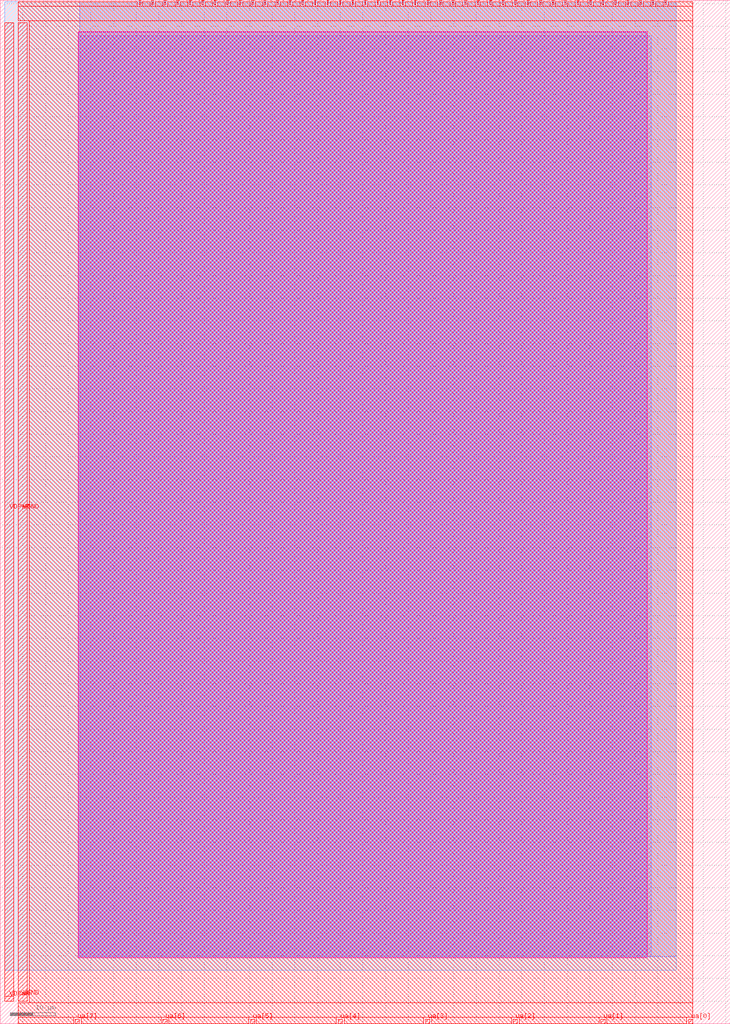
<source format=lef>
VERSION 5.7 ;
  NOWIREEXTENSIONATPIN ON ;
  DIVIDERCHAR "/" ;
  BUSBITCHARS "[]" ;
MACRO ttsky25_EpitaXC
  CLASS BLOCK ;
  FOREIGN ttsky25_EpitaXC ;
  ORIGIN 0.000 0.000 ;
  SIZE 161.000 BY 225.760 ;
  PIN clk
    DIRECTION INPUT ;
    USE SIGNAL ;
    ANTENNAGATEAREA 540.799988 ;
    ANTENNADIFFAREA 456.995087 ;
    PORT
      LAYER met4 ;
        RECT 143.830 224.760 144.130 225.760 ;
    END
  END clk
  PIN ena
    DIRECTION INPUT ;
    USE SIGNAL ;
    PORT
      LAYER met4 ;
        RECT 146.590 224.760 146.890 225.760 ;
    END
  END ena
  PIN rst_n
    DIRECTION INPUT ;
    USE SIGNAL ;
    ANTENNAGATEAREA 540.799988 ;
    ANTENNADIFFAREA 456.995087 ;
    PORT
      LAYER met4 ;
        RECT 141.070 224.760 141.370 225.760 ;
    END
  END rst_n
  PIN ua[0]
    DIRECTION INOUT ;
    USE SIGNAL ;
    ANTENNAGATEAREA 120.000000 ;
    PORT
      LAYER met4 ;
        RECT 151.810 0.000 152.710 1.000 ;
    END
  END ua[0]
  PIN ua[1]
    DIRECTION INOUT ;
    USE SIGNAL ;
    ANTENNAGATEAREA 200.000000 ;
    PORT
      LAYER met4 ;
        RECT 132.490 0.000 133.390 1.000 ;
    END
  END ua[1]
  PIN ua[2]
    DIRECTION INOUT ;
    USE SIGNAL ;
    ANTENNAGATEAREA 200.000000 ;
    PORT
      LAYER met4 ;
        RECT 113.170 0.000 114.070 1.000 ;
    END
  END ua[2]
  PIN ua[3]
    DIRECTION INOUT ;
    USE SIGNAL ;
    ANTENNADIFFAREA 0.580000 ;
    PORT
      LAYER met4 ;
        RECT 93.850 0.000 94.750 1.000 ;
    END
  END ua[3]
  PIN ua[4]
    DIRECTION INOUT ;
    USE SIGNAL ;
    ANTENNADIFFAREA 7.830000 ;
    PORT
      LAYER met4 ;
        RECT 74.530 0.000 75.430 1.000 ;
    END
  END ua[4]
  PIN ua[5]
    DIRECTION INOUT ;
    USE SIGNAL ;
    ANTENNADIFFAREA 7.830000 ;
    PORT
      LAYER met4 ;
        RECT 55.210 0.000 56.110 1.000 ;
    END
  END ua[5]
  PIN ua[6]
    DIRECTION INOUT ;
    USE SIGNAL ;
    PORT
      LAYER met4 ;
        RECT 35.890 0.000 36.790 1.000 ;
    END
  END ua[6]
  PIN ua[7]
    DIRECTION INOUT ;
    USE SIGNAL ;
    PORT
      LAYER met4 ;
        RECT 16.570 0.000 17.470 1.000 ;
    END
  END ua[7]
  PIN ui_in[0]
    DIRECTION INPUT ;
    USE SIGNAL ;
    ANTENNAGATEAREA 0.750000 ;
    PORT
      LAYER met4 ;
        RECT 138.310 224.760 138.610 225.760 ;
    END
  END ui_in[0]
  PIN ui_in[1]
    DIRECTION INPUT ;
    USE SIGNAL ;
    ANTENNAGATEAREA 0.750000 ;
    PORT
      LAYER met4 ;
        RECT 135.550 224.760 135.850 225.760 ;
    END
  END ui_in[1]
  PIN ui_in[2]
    DIRECTION INPUT ;
    USE SIGNAL ;
    ANTENNAGATEAREA 540.799988 ;
    ANTENNADIFFAREA 456.995087 ;
    PORT
      LAYER met4 ;
        RECT 132.790 224.760 133.090 225.760 ;
    END
  END ui_in[2]
  PIN ui_in[3]
    DIRECTION INPUT ;
    USE SIGNAL ;
    ANTENNAGATEAREA 540.799988 ;
    ANTENNADIFFAREA 456.995087 ;
    PORT
      LAYER met4 ;
        RECT 130.030 224.760 130.330 225.760 ;
    END
  END ui_in[3]
  PIN ui_in[4]
    DIRECTION INPUT ;
    USE SIGNAL ;
    ANTENNAGATEAREA 540.799988 ;
    ANTENNADIFFAREA 456.995087 ;
    PORT
      LAYER met4 ;
        RECT 127.270 224.760 127.570 225.760 ;
    END
  END ui_in[4]
  PIN ui_in[5]
    DIRECTION INPUT ;
    USE SIGNAL ;
    ANTENNAGATEAREA 540.799988 ;
    ANTENNADIFFAREA 456.995087 ;
    PORT
      LAYER met4 ;
        RECT 124.510 224.760 124.810 225.760 ;
    END
  END ui_in[5]
  PIN ui_in[6]
    DIRECTION INPUT ;
    USE SIGNAL ;
    ANTENNAGATEAREA 540.799988 ;
    ANTENNADIFFAREA 456.995087 ;
    PORT
      LAYER met4 ;
        RECT 121.750 224.760 122.050 225.760 ;
    END
  END ui_in[6]
  PIN ui_in[7]
    DIRECTION INPUT ;
    USE SIGNAL ;
    ANTENNAGATEAREA 540.799988 ;
    ANTENNADIFFAREA 456.995087 ;
    PORT
      LAYER met4 ;
        RECT 118.990 224.760 119.290 225.760 ;
    END
  END ui_in[7]
  PIN uio_in[0]
    DIRECTION INPUT ;
    USE SIGNAL ;
    ANTENNAGATEAREA 540.799988 ;
    ANTENNADIFFAREA 456.995087 ;
    PORT
      LAYER met4 ;
        RECT 116.230 224.760 116.530 225.760 ;
    END
  END uio_in[0]
  PIN uio_in[1]
    DIRECTION INPUT ;
    USE SIGNAL ;
    ANTENNAGATEAREA 540.799988 ;
    ANTENNADIFFAREA 456.995087 ;
    PORT
      LAYER met4 ;
        RECT 113.470 224.760 113.770 225.760 ;
    END
  END uio_in[1]
  PIN uio_in[2]
    DIRECTION INPUT ;
    USE SIGNAL ;
    ANTENNAGATEAREA 540.799988 ;
    ANTENNADIFFAREA 456.995087 ;
    PORT
      LAYER met4 ;
        RECT 110.710 224.760 111.010 225.760 ;
    END
  END uio_in[2]
  PIN uio_in[3]
    DIRECTION INPUT ;
    USE SIGNAL ;
    ANTENNAGATEAREA 540.799988 ;
    ANTENNADIFFAREA 456.995087 ;
    PORT
      LAYER met4 ;
        RECT 107.950 224.760 108.250 225.760 ;
    END
  END uio_in[3]
  PIN uio_in[4]
    DIRECTION INPUT ;
    USE SIGNAL ;
    ANTENNAGATEAREA 540.799988 ;
    ANTENNADIFFAREA 456.995087 ;
    PORT
      LAYER met4 ;
        RECT 105.190 224.760 105.490 225.760 ;
    END
  END uio_in[4]
  PIN uio_in[5]
    DIRECTION INPUT ;
    USE SIGNAL ;
    ANTENNAGATEAREA 540.799988 ;
    ANTENNADIFFAREA 456.995087 ;
    PORT
      LAYER met4 ;
        RECT 102.430 224.760 102.730 225.760 ;
    END
  END uio_in[5]
  PIN uio_in[6]
    DIRECTION INPUT ;
    USE SIGNAL ;
    ANTENNAGATEAREA 540.799988 ;
    ANTENNADIFFAREA 456.995087 ;
    PORT
      LAYER met4 ;
        RECT 99.670 224.760 99.970 225.760 ;
    END
  END uio_in[6]
  PIN uio_in[7]
    DIRECTION INPUT ;
    USE SIGNAL ;
    ANTENNAGATEAREA 540.799988 ;
    ANTENNADIFFAREA 456.995087 ;
    PORT
      LAYER met4 ;
        RECT 96.910 224.760 97.210 225.760 ;
    END
  END uio_in[7]
  PIN uio_oe[0]
    DIRECTION OUTPUT ;
    USE SIGNAL ;
    ANTENNAGATEAREA 540.799988 ;
    ANTENNADIFFAREA 456.995087 ;
    PORT
      LAYER met4 ;
        RECT 49.990 224.760 50.290 225.760 ;
    END
  END uio_oe[0]
  PIN uio_oe[1]
    DIRECTION OUTPUT ;
    USE SIGNAL ;
    ANTENNAGATEAREA 540.799988 ;
    ANTENNADIFFAREA 456.995087 ;
    PORT
      LAYER met4 ;
        RECT 47.230 224.760 47.530 225.760 ;
    END
  END uio_oe[1]
  PIN uio_oe[2]
    DIRECTION OUTPUT ;
    USE SIGNAL ;
    ANTENNAGATEAREA 540.799988 ;
    ANTENNADIFFAREA 456.995087 ;
    PORT
      LAYER met4 ;
        RECT 44.470 224.760 44.770 225.760 ;
    END
  END uio_oe[2]
  PIN uio_oe[3]
    DIRECTION OUTPUT ;
    USE SIGNAL ;
    ANTENNAGATEAREA 540.799988 ;
    ANTENNADIFFAREA 456.995087 ;
    PORT
      LAYER met4 ;
        RECT 41.710 224.760 42.010 225.760 ;
    END
  END uio_oe[3]
  PIN uio_oe[4]
    DIRECTION OUTPUT ;
    USE SIGNAL ;
    ANTENNAGATEAREA 540.799988 ;
    ANTENNADIFFAREA 456.995087 ;
    PORT
      LAYER met4 ;
        RECT 38.950 224.760 39.250 225.760 ;
    END
  END uio_oe[4]
  PIN uio_oe[5]
    DIRECTION OUTPUT ;
    USE SIGNAL ;
    ANTENNAGATEAREA 540.799988 ;
    ANTENNADIFFAREA 456.995087 ;
    PORT
      LAYER met4 ;
        RECT 36.190 224.760 36.490 225.760 ;
    END
  END uio_oe[5]
  PIN uio_oe[6]
    DIRECTION OUTPUT ;
    USE SIGNAL ;
    ANTENNAGATEAREA 540.799988 ;
    ANTENNADIFFAREA 456.995087 ;
    PORT
      LAYER met4 ;
        RECT 33.430 224.760 33.730 225.760 ;
    END
  END uio_oe[6]
  PIN uio_oe[7]
    DIRECTION OUTPUT ;
    USE SIGNAL ;
    ANTENNAGATEAREA 540.799988 ;
    ANTENNADIFFAREA 456.995087 ;
    PORT
      LAYER met4 ;
        RECT 30.670 224.760 30.970 225.760 ;
    END
  END uio_oe[7]
  PIN uio_out[0]
    DIRECTION OUTPUT ;
    USE SIGNAL ;
    ANTENNAGATEAREA 540.799988 ;
    ANTENNADIFFAREA 456.995087 ;
    PORT
      LAYER met4 ;
        RECT 72.070 224.760 72.370 225.760 ;
    END
  END uio_out[0]
  PIN uio_out[1]
    DIRECTION OUTPUT ;
    USE SIGNAL ;
    ANTENNAGATEAREA 540.799988 ;
    ANTENNADIFFAREA 456.995087 ;
    PORT
      LAYER met4 ;
        RECT 69.310 224.760 69.610 225.760 ;
    END
  END uio_out[1]
  PIN uio_out[2]
    DIRECTION OUTPUT ;
    USE SIGNAL ;
    ANTENNAGATEAREA 540.799988 ;
    ANTENNADIFFAREA 456.995087 ;
    PORT
      LAYER met4 ;
        RECT 66.550 224.760 66.850 225.760 ;
    END
  END uio_out[2]
  PIN uio_out[3]
    DIRECTION OUTPUT ;
    USE SIGNAL ;
    ANTENNAGATEAREA 540.799988 ;
    ANTENNADIFFAREA 456.995087 ;
    PORT
      LAYER met4 ;
        RECT 63.790 224.760 64.090 225.760 ;
    END
  END uio_out[3]
  PIN uio_out[4]
    DIRECTION OUTPUT ;
    USE SIGNAL ;
    ANTENNAGATEAREA 540.799988 ;
    ANTENNADIFFAREA 456.995087 ;
    PORT
      LAYER met4 ;
        RECT 61.030 224.760 61.330 225.760 ;
    END
  END uio_out[4]
  PIN uio_out[5]
    DIRECTION OUTPUT ;
    USE SIGNAL ;
    ANTENNAGATEAREA 540.799988 ;
    ANTENNADIFFAREA 456.995087 ;
    PORT
      LAYER met4 ;
        RECT 58.270 224.760 58.570 225.760 ;
    END
  END uio_out[5]
  PIN uio_out[6]
    DIRECTION OUTPUT ;
    USE SIGNAL ;
    ANTENNAGATEAREA 540.799988 ;
    ANTENNADIFFAREA 456.995087 ;
    PORT
      LAYER met4 ;
        RECT 55.510 224.760 55.810 225.760 ;
    END
  END uio_out[6]
  PIN uio_out[7]
    DIRECTION OUTPUT ;
    USE SIGNAL ;
    ANTENNAGATEAREA 540.799988 ;
    ANTENNADIFFAREA 456.995087 ;
    PORT
      LAYER met4 ;
        RECT 52.750 224.760 53.050 225.760 ;
    END
  END uio_out[7]
  PIN uo_out[0]
    DIRECTION OUTPUT ;
    USE SIGNAL ;
    PORT
      LAYER met4 ;
        RECT 94.150 224.760 94.450 225.760 ;
    END
  END uo_out[0]
  PIN uo_out[1]
    DIRECTION OUTPUT ;
    USE SIGNAL ;
    PORT
      LAYER met4 ;
        RECT 91.390 224.760 91.690 225.760 ;
    END
  END uo_out[1]
  PIN uo_out[2]
    DIRECTION OUTPUT ;
    USE SIGNAL ;
    PORT
      LAYER met4 ;
        RECT 88.630 224.760 88.930 225.760 ;
    END
  END uo_out[2]
  PIN uo_out[3]
    DIRECTION OUTPUT ;
    USE SIGNAL ;
    PORT
      LAYER met4 ;
        RECT 85.870 224.760 86.170 225.760 ;
    END
  END uo_out[3]
  PIN uo_out[4]
    DIRECTION OUTPUT ;
    USE SIGNAL ;
    PORT
      LAYER met4 ;
        RECT 83.110 224.760 83.410 225.760 ;
    END
  END uo_out[4]
  PIN uo_out[5]
    DIRECTION OUTPUT ;
    USE SIGNAL ;
    PORT
      LAYER met4 ;
        RECT 80.350 224.760 80.650 225.760 ;
    END
  END uo_out[5]
  PIN uo_out[6]
    DIRECTION OUTPUT ;
    USE SIGNAL ;
    PORT
      LAYER met4 ;
        RECT 77.590 224.760 77.890 225.760 ;
    END
  END uo_out[6]
  PIN uo_out[7]
    DIRECTION OUTPUT ;
    USE SIGNAL ;
    PORT
      LAYER met4 ;
        RECT 74.830 224.760 75.130 225.760 ;
    END
  END uo_out[7]
  PIN VDPWR
    DIRECTION INOUT ;
    USE POWER ;
    PORT
      LAYER met4 ;
        RECT 1.000 5.000 3.000 220.760 ;
    END
  END VDPWR
  PIN VGND
    DIRECTION INOUT ;
    USE GROUND ;
    PORT
      LAYER met4 ;
        RECT 4.000 5.000 6.000 220.760 ;
    END
  END VGND
  PIN VGND
    USE GROUND ;
    PORT
      LAYER met4 ;
        RECT 4.000 5.000 6.000 6.400 ;
    END
  END VGND
  PIN VDPWR
    PORT
      LAYER met4 ;
        RECT 1.000 5.000 3.000 6.100 ;
    END
  END VDPWR
  OBS
      LAYER nwell ;
        RECT 17.165 14.600 142.645 218.780 ;
      LAYER li1 ;
        RECT 17.295 14.800 142.515 218.650 ;
      LAYER met1 ;
        RECT 17.580 14.800 143.530 217.915 ;
      LAYER met2 ;
        RECT 17.580 14.750 149.050 225.400 ;
      LAYER met3 ;
        RECT 1.000 11.850 149.050 225.400 ;
      LAYER met4 ;
        RECT 4.000 224.360 30.270 225.400 ;
        RECT 31.370 224.360 33.030 225.400 ;
        RECT 34.130 224.360 35.790 225.400 ;
        RECT 36.890 224.360 38.550 225.400 ;
        RECT 39.650 224.360 41.310 225.400 ;
        RECT 42.410 224.360 44.070 225.400 ;
        RECT 45.170 224.360 46.830 225.400 ;
        RECT 47.930 224.360 49.590 225.400 ;
        RECT 50.690 224.360 52.350 225.400 ;
        RECT 53.450 224.360 55.110 225.400 ;
        RECT 56.210 224.360 57.870 225.400 ;
        RECT 58.970 224.360 60.630 225.400 ;
        RECT 61.730 224.360 63.390 225.400 ;
        RECT 64.490 224.360 66.150 225.400 ;
        RECT 67.250 224.360 68.910 225.400 ;
        RECT 70.010 224.360 71.670 225.400 ;
        RECT 72.770 224.360 74.430 225.400 ;
        RECT 75.530 224.360 77.190 225.400 ;
        RECT 78.290 224.360 79.950 225.400 ;
        RECT 81.050 224.360 82.710 225.400 ;
        RECT 83.810 224.360 85.470 225.400 ;
        RECT 86.570 224.360 88.230 225.400 ;
        RECT 89.330 224.360 90.990 225.400 ;
        RECT 92.090 224.360 93.750 225.400 ;
        RECT 94.850 224.360 96.510 225.400 ;
        RECT 97.610 224.360 99.270 225.400 ;
        RECT 100.370 224.360 102.030 225.400 ;
        RECT 103.130 224.360 104.790 225.400 ;
        RECT 105.890 224.360 107.550 225.400 ;
        RECT 108.650 224.360 110.310 225.400 ;
        RECT 111.410 224.360 113.070 225.400 ;
        RECT 114.170 224.360 115.830 225.400 ;
        RECT 116.930 224.360 118.590 225.400 ;
        RECT 119.690 224.360 121.350 225.400 ;
        RECT 122.450 224.360 124.110 225.400 ;
        RECT 125.210 224.360 126.870 225.400 ;
        RECT 127.970 224.360 129.630 225.400 ;
        RECT 130.730 224.360 132.390 225.400 ;
        RECT 133.490 224.360 135.150 225.400 ;
        RECT 136.250 224.360 137.910 225.400 ;
        RECT 139.010 224.360 140.670 225.400 ;
        RECT 141.770 224.360 143.430 225.400 ;
        RECT 144.530 224.360 146.190 225.400 ;
        RECT 147.290 224.360 152.710 225.400 ;
        RECT 4.000 221.160 152.710 224.360 ;
        RECT 6.400 4.600 152.710 221.160 ;
        RECT 4.000 1.400 152.710 4.600 ;
        RECT 4.000 0.000 16.170 1.400 ;
        RECT 17.870 0.000 35.490 1.400 ;
        RECT 37.190 0.000 54.810 1.400 ;
        RECT 56.510 0.000 74.130 1.400 ;
        RECT 75.830 0.000 93.450 1.400 ;
        RECT 95.150 0.000 112.770 1.400 ;
        RECT 114.470 0.000 132.090 1.400 ;
        RECT 133.790 0.000 151.410 1.400 ;
  END
END ttsky25_EpitaXC
END LIBRARY


</source>
